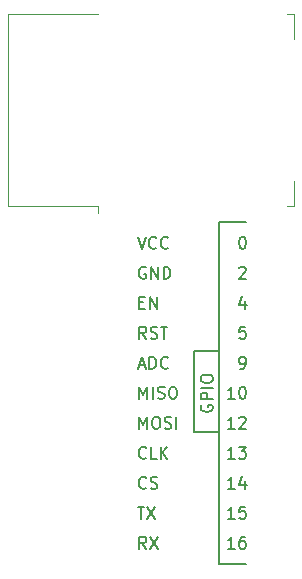
<source format=gbr>
%TF.GenerationSoftware,KiCad,Pcbnew,(6.0.5-0)*%
%TF.CreationDate,2022-07-24T01:31:31-06:00*%
%TF.ProjectId,esp-12-smd-to-dip,6573702d-3132-42d7-936d-642d746f2d64,rev?*%
%TF.SameCoordinates,Original*%
%TF.FileFunction,Legend,Top*%
%TF.FilePolarity,Positive*%
%FSLAX46Y46*%
G04 Gerber Fmt 4.6, Leading zero omitted, Abs format (unit mm)*
G04 Created by KiCad (PCBNEW (6.0.5-0)) date 2022-07-24 01:31:31*
%MOMM*%
%LPD*%
G01*
G04 APERTURE LIST*
%ADD10C,0.150000*%
%ADD11C,0.120000*%
G04 APERTURE END LIST*
D10*
X128397000Y-82042000D02*
X130556000Y-82042000D01*
X130556000Y-75184000D02*
X128397000Y-75184000D01*
X130556000Y-93218000D02*
X132842000Y-93218000D01*
X128397000Y-75184000D02*
X128397000Y-82042000D01*
X132842000Y-64262000D02*
X130556000Y-64262000D01*
X130556000Y-64262000D02*
X130556000Y-93218000D01*
X132712785Y-70905714D02*
X132712785Y-71572380D01*
X132474690Y-70524761D02*
X132236595Y-71239047D01*
X132855642Y-71239047D01*
X131855642Y-81732380D02*
X131284214Y-81732380D01*
X131569928Y-81732380D02*
X131569928Y-80732380D01*
X131474690Y-80875238D01*
X131379452Y-80970476D01*
X131284214Y-81018095D01*
X132236595Y-80827619D02*
X132284214Y-80780000D01*
X132379452Y-80732380D01*
X132617547Y-80732380D01*
X132712785Y-80780000D01*
X132760404Y-80827619D01*
X132808023Y-80922857D01*
X132808023Y-81018095D01*
X132760404Y-81160952D01*
X132188976Y-81732380D01*
X132808023Y-81732380D01*
X129040000Y-79740000D02*
X128992380Y-79835238D01*
X128992380Y-79978095D01*
X129040000Y-80120952D01*
X129135238Y-80216190D01*
X129230476Y-80263809D01*
X129420952Y-80311428D01*
X129563809Y-80311428D01*
X129754285Y-80263809D01*
X129849523Y-80216190D01*
X129944761Y-80120952D01*
X129992380Y-79978095D01*
X129992380Y-79882857D01*
X129944761Y-79740000D01*
X129897142Y-79692380D01*
X129563809Y-79692380D01*
X129563809Y-79882857D01*
X129992380Y-79263809D02*
X128992380Y-79263809D01*
X128992380Y-78882857D01*
X129040000Y-78787619D01*
X129087619Y-78740000D01*
X129182857Y-78692380D01*
X129325714Y-78692380D01*
X129420952Y-78740000D01*
X129468571Y-78787619D01*
X129516190Y-78882857D01*
X129516190Y-79263809D01*
X129992380Y-78263809D02*
X128992380Y-78263809D01*
X128992380Y-77597142D02*
X128992380Y-77406666D01*
X129040000Y-77311428D01*
X129135238Y-77216190D01*
X129325714Y-77168571D01*
X129659047Y-77168571D01*
X129849523Y-77216190D01*
X129944761Y-77311428D01*
X129992380Y-77406666D01*
X129992380Y-77597142D01*
X129944761Y-77692380D01*
X129849523Y-77787619D01*
X129659047Y-77835238D01*
X129325714Y-77835238D01*
X129135238Y-77787619D01*
X129040000Y-77692380D01*
X128992380Y-77597142D01*
X124351023Y-91892380D02*
X124017690Y-91416190D01*
X123779595Y-91892380D02*
X123779595Y-90892380D01*
X124160547Y-90892380D01*
X124255785Y-90940000D01*
X124303404Y-90987619D01*
X124351023Y-91082857D01*
X124351023Y-91225714D01*
X124303404Y-91320952D01*
X124255785Y-91368571D01*
X124160547Y-91416190D01*
X123779595Y-91416190D01*
X124684357Y-90892380D02*
X125351023Y-91892380D01*
X125351023Y-90892380D02*
X124684357Y-91892380D01*
X132331833Y-76652380D02*
X132522309Y-76652380D01*
X132617547Y-76604761D01*
X132665166Y-76557142D01*
X132760404Y-76414285D01*
X132808023Y-76223809D01*
X132808023Y-75842857D01*
X132760404Y-75747619D01*
X132712785Y-75700000D01*
X132617547Y-75652380D01*
X132427071Y-75652380D01*
X132331833Y-75700000D01*
X132284214Y-75747619D01*
X132236595Y-75842857D01*
X132236595Y-76080952D01*
X132284214Y-76176190D01*
X132331833Y-76223809D01*
X132427071Y-76271428D01*
X132617547Y-76271428D01*
X132712785Y-76223809D01*
X132760404Y-76176190D01*
X132808023Y-76080952D01*
X132474690Y-65492380D02*
X132569928Y-65492380D01*
X132665166Y-65540000D01*
X132712785Y-65587619D01*
X132760404Y-65682857D01*
X132808023Y-65873333D01*
X132808023Y-66111428D01*
X132760404Y-66301904D01*
X132712785Y-66397142D01*
X132665166Y-66444761D01*
X132569928Y-66492380D01*
X132474690Y-66492380D01*
X132379452Y-66444761D01*
X132331833Y-66397142D01*
X132284214Y-66301904D01*
X132236595Y-66111428D01*
X132236595Y-65873333D01*
X132284214Y-65682857D01*
X132331833Y-65587619D01*
X132379452Y-65540000D01*
X132474690Y-65492380D01*
X124351023Y-74112380D02*
X124017690Y-73636190D01*
X123779595Y-74112380D02*
X123779595Y-73112380D01*
X124160547Y-73112380D01*
X124255785Y-73160000D01*
X124303404Y-73207619D01*
X124351023Y-73302857D01*
X124351023Y-73445714D01*
X124303404Y-73540952D01*
X124255785Y-73588571D01*
X124160547Y-73636190D01*
X123779595Y-73636190D01*
X124731976Y-74064761D02*
X124874833Y-74112380D01*
X125112928Y-74112380D01*
X125208166Y-74064761D01*
X125255785Y-74017142D01*
X125303404Y-73921904D01*
X125303404Y-73826666D01*
X125255785Y-73731428D01*
X125208166Y-73683809D01*
X125112928Y-73636190D01*
X124922452Y-73588571D01*
X124827214Y-73540952D01*
X124779595Y-73493333D01*
X124731976Y-73398095D01*
X124731976Y-73302857D01*
X124779595Y-73207619D01*
X124827214Y-73160000D01*
X124922452Y-73112380D01*
X125160547Y-73112380D01*
X125303404Y-73160000D01*
X125589119Y-73112380D02*
X126160547Y-73112380D01*
X125874833Y-74112380D02*
X125874833Y-73112380D01*
X123779595Y-79192380D02*
X123779595Y-78192380D01*
X124112928Y-78906666D01*
X124446261Y-78192380D01*
X124446261Y-79192380D01*
X124922452Y-79192380D02*
X124922452Y-78192380D01*
X125351023Y-79144761D02*
X125493880Y-79192380D01*
X125731976Y-79192380D01*
X125827214Y-79144761D01*
X125874833Y-79097142D01*
X125922452Y-79001904D01*
X125922452Y-78906666D01*
X125874833Y-78811428D01*
X125827214Y-78763809D01*
X125731976Y-78716190D01*
X125541500Y-78668571D01*
X125446261Y-78620952D01*
X125398642Y-78573333D01*
X125351023Y-78478095D01*
X125351023Y-78382857D01*
X125398642Y-78287619D01*
X125446261Y-78240000D01*
X125541500Y-78192380D01*
X125779595Y-78192380D01*
X125922452Y-78240000D01*
X126541500Y-78192380D02*
X126731976Y-78192380D01*
X126827214Y-78240000D01*
X126922452Y-78335238D01*
X126970071Y-78525714D01*
X126970071Y-78859047D01*
X126922452Y-79049523D01*
X126827214Y-79144761D01*
X126731976Y-79192380D01*
X126541500Y-79192380D01*
X126446261Y-79144761D01*
X126351023Y-79049523D01*
X126303404Y-78859047D01*
X126303404Y-78525714D01*
X126351023Y-78335238D01*
X126446261Y-78240000D01*
X126541500Y-78192380D01*
X131855642Y-84272380D02*
X131284214Y-84272380D01*
X131569928Y-84272380D02*
X131569928Y-83272380D01*
X131474690Y-83415238D01*
X131379452Y-83510476D01*
X131284214Y-83558095D01*
X132188976Y-83272380D02*
X132808023Y-83272380D01*
X132474690Y-83653333D01*
X132617547Y-83653333D01*
X132712785Y-83700952D01*
X132760404Y-83748571D01*
X132808023Y-83843809D01*
X132808023Y-84081904D01*
X132760404Y-84177142D01*
X132712785Y-84224761D01*
X132617547Y-84272380D01*
X132331833Y-84272380D01*
X132236595Y-84224761D01*
X132188976Y-84177142D01*
X132760404Y-73112380D02*
X132284214Y-73112380D01*
X132236595Y-73588571D01*
X132284214Y-73540952D01*
X132379452Y-73493333D01*
X132617547Y-73493333D01*
X132712785Y-73540952D01*
X132760404Y-73588571D01*
X132808023Y-73683809D01*
X132808023Y-73921904D01*
X132760404Y-74017142D01*
X132712785Y-74064761D01*
X132617547Y-74112380D01*
X132379452Y-74112380D01*
X132284214Y-74064761D01*
X132236595Y-74017142D01*
X132236595Y-68127619D02*
X132284214Y-68080000D01*
X132379452Y-68032380D01*
X132617547Y-68032380D01*
X132712785Y-68080000D01*
X132760404Y-68127619D01*
X132808023Y-68222857D01*
X132808023Y-68318095D01*
X132760404Y-68460952D01*
X132188976Y-69032380D01*
X132808023Y-69032380D01*
X124351023Y-86717142D02*
X124303404Y-86764761D01*
X124160547Y-86812380D01*
X124065309Y-86812380D01*
X123922452Y-86764761D01*
X123827214Y-86669523D01*
X123779595Y-86574285D01*
X123731976Y-86383809D01*
X123731976Y-86240952D01*
X123779595Y-86050476D01*
X123827214Y-85955238D01*
X123922452Y-85860000D01*
X124065309Y-85812380D01*
X124160547Y-85812380D01*
X124303404Y-85860000D01*
X124351023Y-85907619D01*
X124731976Y-86764761D02*
X124874833Y-86812380D01*
X125112928Y-86812380D01*
X125208166Y-86764761D01*
X125255785Y-86717142D01*
X125303404Y-86621904D01*
X125303404Y-86526666D01*
X125255785Y-86431428D01*
X125208166Y-86383809D01*
X125112928Y-86336190D01*
X124922452Y-86288571D01*
X124827214Y-86240952D01*
X124779595Y-86193333D01*
X124731976Y-86098095D01*
X124731976Y-86002857D01*
X124779595Y-85907619D01*
X124827214Y-85860000D01*
X124922452Y-85812380D01*
X125160547Y-85812380D01*
X125303404Y-85860000D01*
X131855642Y-89352380D02*
X131284214Y-89352380D01*
X131569928Y-89352380D02*
X131569928Y-88352380D01*
X131474690Y-88495238D01*
X131379452Y-88590476D01*
X131284214Y-88638095D01*
X132760404Y-88352380D02*
X132284214Y-88352380D01*
X132236595Y-88828571D01*
X132284214Y-88780952D01*
X132379452Y-88733333D01*
X132617547Y-88733333D01*
X132712785Y-88780952D01*
X132760404Y-88828571D01*
X132808023Y-88923809D01*
X132808023Y-89161904D01*
X132760404Y-89257142D01*
X132712785Y-89304761D01*
X132617547Y-89352380D01*
X132379452Y-89352380D01*
X132284214Y-89304761D01*
X132236595Y-89257142D01*
X123779595Y-81732380D02*
X123779595Y-80732380D01*
X124112928Y-81446666D01*
X124446261Y-80732380D01*
X124446261Y-81732380D01*
X125112928Y-80732380D02*
X125303404Y-80732380D01*
X125398642Y-80780000D01*
X125493880Y-80875238D01*
X125541500Y-81065714D01*
X125541500Y-81399047D01*
X125493880Y-81589523D01*
X125398642Y-81684761D01*
X125303404Y-81732380D01*
X125112928Y-81732380D01*
X125017690Y-81684761D01*
X124922452Y-81589523D01*
X124874833Y-81399047D01*
X124874833Y-81065714D01*
X124922452Y-80875238D01*
X125017690Y-80780000D01*
X125112928Y-80732380D01*
X125922452Y-81684761D02*
X126065309Y-81732380D01*
X126303404Y-81732380D01*
X126398642Y-81684761D01*
X126446261Y-81637142D01*
X126493880Y-81541904D01*
X126493880Y-81446666D01*
X126446261Y-81351428D01*
X126398642Y-81303809D01*
X126303404Y-81256190D01*
X126112928Y-81208571D01*
X126017690Y-81160952D01*
X125970071Y-81113333D01*
X125922452Y-81018095D01*
X125922452Y-80922857D01*
X125970071Y-80827619D01*
X126017690Y-80780000D01*
X126112928Y-80732380D01*
X126351023Y-80732380D01*
X126493880Y-80780000D01*
X126922452Y-81732380D02*
X126922452Y-80732380D01*
X123636738Y-88352380D02*
X124208166Y-88352380D01*
X123922452Y-89352380D02*
X123922452Y-88352380D01*
X124446261Y-88352380D02*
X125112928Y-89352380D01*
X125112928Y-88352380D02*
X124446261Y-89352380D01*
X123636738Y-65492380D02*
X123970071Y-66492380D01*
X124303404Y-65492380D01*
X125208166Y-66397142D02*
X125160547Y-66444761D01*
X125017690Y-66492380D01*
X124922452Y-66492380D01*
X124779595Y-66444761D01*
X124684357Y-66349523D01*
X124636738Y-66254285D01*
X124589119Y-66063809D01*
X124589119Y-65920952D01*
X124636738Y-65730476D01*
X124684357Y-65635238D01*
X124779595Y-65540000D01*
X124922452Y-65492380D01*
X125017690Y-65492380D01*
X125160547Y-65540000D01*
X125208166Y-65587619D01*
X126208166Y-66397142D02*
X126160547Y-66444761D01*
X126017690Y-66492380D01*
X125922452Y-66492380D01*
X125779595Y-66444761D01*
X125684357Y-66349523D01*
X125636738Y-66254285D01*
X125589119Y-66063809D01*
X125589119Y-65920952D01*
X125636738Y-65730476D01*
X125684357Y-65635238D01*
X125779595Y-65540000D01*
X125922452Y-65492380D01*
X126017690Y-65492380D01*
X126160547Y-65540000D01*
X126208166Y-65587619D01*
X123731976Y-76366666D02*
X124208166Y-76366666D01*
X123636738Y-76652380D02*
X123970071Y-75652380D01*
X124303404Y-76652380D01*
X124636738Y-76652380D02*
X124636738Y-75652380D01*
X124874833Y-75652380D01*
X125017690Y-75700000D01*
X125112928Y-75795238D01*
X125160547Y-75890476D01*
X125208166Y-76080952D01*
X125208166Y-76223809D01*
X125160547Y-76414285D01*
X125112928Y-76509523D01*
X125017690Y-76604761D01*
X124874833Y-76652380D01*
X124636738Y-76652380D01*
X126208166Y-76557142D02*
X126160547Y-76604761D01*
X126017690Y-76652380D01*
X125922452Y-76652380D01*
X125779595Y-76604761D01*
X125684357Y-76509523D01*
X125636738Y-76414285D01*
X125589119Y-76223809D01*
X125589119Y-76080952D01*
X125636738Y-75890476D01*
X125684357Y-75795238D01*
X125779595Y-75700000D01*
X125922452Y-75652380D01*
X126017690Y-75652380D01*
X126160547Y-75700000D01*
X126208166Y-75747619D01*
X124303404Y-68080000D02*
X124208166Y-68032380D01*
X124065309Y-68032380D01*
X123922452Y-68080000D01*
X123827214Y-68175238D01*
X123779595Y-68270476D01*
X123731976Y-68460952D01*
X123731976Y-68603809D01*
X123779595Y-68794285D01*
X123827214Y-68889523D01*
X123922452Y-68984761D01*
X124065309Y-69032380D01*
X124160547Y-69032380D01*
X124303404Y-68984761D01*
X124351023Y-68937142D01*
X124351023Y-68603809D01*
X124160547Y-68603809D01*
X124779595Y-69032380D02*
X124779595Y-68032380D01*
X125351023Y-69032380D01*
X125351023Y-68032380D01*
X125827214Y-69032380D02*
X125827214Y-68032380D01*
X126065309Y-68032380D01*
X126208166Y-68080000D01*
X126303404Y-68175238D01*
X126351023Y-68270476D01*
X126398642Y-68460952D01*
X126398642Y-68603809D01*
X126351023Y-68794285D01*
X126303404Y-68889523D01*
X126208166Y-68984761D01*
X126065309Y-69032380D01*
X125827214Y-69032380D01*
X124351023Y-84177142D02*
X124303404Y-84224761D01*
X124160547Y-84272380D01*
X124065309Y-84272380D01*
X123922452Y-84224761D01*
X123827214Y-84129523D01*
X123779595Y-84034285D01*
X123731976Y-83843809D01*
X123731976Y-83700952D01*
X123779595Y-83510476D01*
X123827214Y-83415238D01*
X123922452Y-83320000D01*
X124065309Y-83272380D01*
X124160547Y-83272380D01*
X124303404Y-83320000D01*
X124351023Y-83367619D01*
X125255785Y-84272380D02*
X124779595Y-84272380D01*
X124779595Y-83272380D01*
X125589119Y-84272380D02*
X125589119Y-83272380D01*
X126160547Y-84272380D02*
X125731976Y-83700952D01*
X126160547Y-83272380D02*
X125589119Y-83843809D01*
X123779595Y-71048571D02*
X124112928Y-71048571D01*
X124255785Y-71572380D02*
X123779595Y-71572380D01*
X123779595Y-70572380D01*
X124255785Y-70572380D01*
X124684357Y-71572380D02*
X124684357Y-70572380D01*
X125255785Y-71572380D01*
X125255785Y-70572380D01*
X131855642Y-86812380D02*
X131284214Y-86812380D01*
X131569928Y-86812380D02*
X131569928Y-85812380D01*
X131474690Y-85955238D01*
X131379452Y-86050476D01*
X131284214Y-86098095D01*
X132712785Y-86145714D02*
X132712785Y-86812380D01*
X132474690Y-85764761D02*
X132236595Y-86479047D01*
X132855642Y-86479047D01*
X131855642Y-79192380D02*
X131284214Y-79192380D01*
X131569928Y-79192380D02*
X131569928Y-78192380D01*
X131474690Y-78335238D01*
X131379452Y-78430476D01*
X131284214Y-78478095D01*
X132474690Y-78192380D02*
X132569928Y-78192380D01*
X132665166Y-78240000D01*
X132712785Y-78287619D01*
X132760404Y-78382857D01*
X132808023Y-78573333D01*
X132808023Y-78811428D01*
X132760404Y-79001904D01*
X132712785Y-79097142D01*
X132665166Y-79144761D01*
X132569928Y-79192380D01*
X132474690Y-79192380D01*
X132379452Y-79144761D01*
X132331833Y-79097142D01*
X132284214Y-79001904D01*
X132236595Y-78811428D01*
X132236595Y-78573333D01*
X132284214Y-78382857D01*
X132331833Y-78287619D01*
X132379452Y-78240000D01*
X132474690Y-78192380D01*
X131855642Y-91892380D02*
X131284214Y-91892380D01*
X131569928Y-91892380D02*
X131569928Y-90892380D01*
X131474690Y-91035238D01*
X131379452Y-91130476D01*
X131284214Y-91178095D01*
X132712785Y-90892380D02*
X132522309Y-90892380D01*
X132427071Y-90940000D01*
X132379452Y-90987619D01*
X132284214Y-91130476D01*
X132236595Y-91320952D01*
X132236595Y-91701904D01*
X132284214Y-91797142D01*
X132331833Y-91844761D01*
X132427071Y-91892380D01*
X132617547Y-91892380D01*
X132712785Y-91844761D01*
X132760404Y-91797142D01*
X132808023Y-91701904D01*
X132808023Y-91463809D01*
X132760404Y-91368571D01*
X132712785Y-91320952D01*
X132617547Y-91273333D01*
X132427071Y-91273333D01*
X132331833Y-91320952D01*
X132284214Y-91368571D01*
X132236595Y-91463809D01*
D11*
%TO.C,U1*%
X112652000Y-46617000D02*
X120272000Y-46617000D01*
X136272000Y-46617000D02*
X136892000Y-46617000D01*
X136892000Y-62857000D02*
X136272000Y-62857000D01*
X120272000Y-62857000D02*
X112652000Y-62857000D01*
X112652000Y-62857000D02*
X112652000Y-46617000D01*
X136892000Y-60737000D02*
X136892000Y-62857000D01*
X120272000Y-62857000D02*
X120272000Y-63467000D01*
X136892000Y-46617000D02*
X136892000Y-48737000D01*
%TD*%
M02*

</source>
